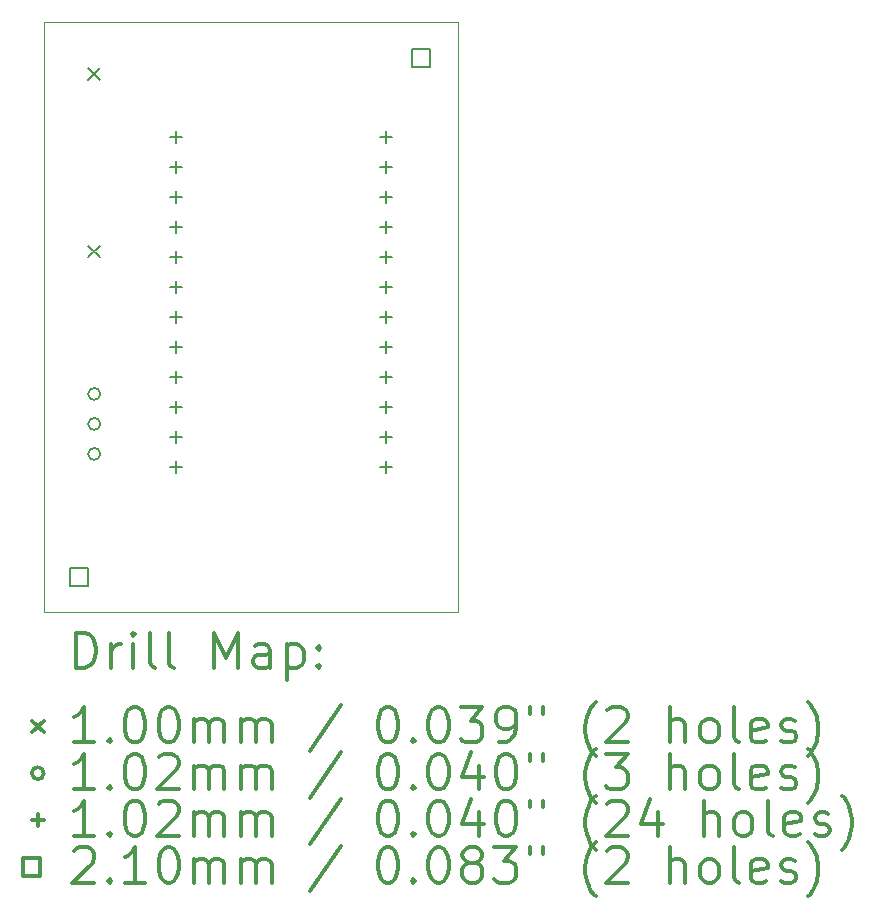
<source format=gbr>
%FSLAX45Y45*%
G04 Gerber Fmt 4.5, Leading zero omitted, Abs format (unit mm)*
G04 Created by KiCad (PCBNEW (2015-11-24 BZR 6329, Git e511afd)-product) date Die 01 Dez 2015 10:43:12 CET*
%MOMM*%
G01*
G04 APERTURE LIST*
%ADD10C,0.127000*%
%ADD11C,0.100000*%
%ADD12C,0.200000*%
%ADD13C,0.300000*%
G04 APERTURE END LIST*
D10*
D11*
X11008000Y-6909200D02*
X14508000Y-6909200D01*
X11008000Y-11909200D02*
X11008000Y-6909200D01*
X14508000Y-11909200D02*
X11008000Y-11909200D01*
X14508000Y-6909200D02*
X14508000Y-11909200D01*
D12*
X11379962Y-7302562D02*
X11480038Y-7402638D01*
X11480038Y-7302562D02*
X11379962Y-7402638D01*
X11379962Y-8802562D02*
X11480038Y-8902638D01*
X11480038Y-8802562D02*
X11379962Y-8902638D01*
X11480800Y-10058400D02*
G75*
G03X11480800Y-10058400I-50800J0D01*
G01*
X11480800Y-10312400D02*
G75*
G03X11480800Y-10312400I-50800J0D01*
G01*
X11480800Y-10566400D02*
G75*
G03X11480800Y-10566400I-50800J0D01*
G01*
X12119000Y-7834200D02*
X12119000Y-7936200D01*
X12068000Y-7885200D02*
X12170000Y-7885200D01*
X12119000Y-8088200D02*
X12119000Y-8190200D01*
X12068000Y-8139200D02*
X12170000Y-8139200D01*
X12119000Y-8342200D02*
X12119000Y-8444200D01*
X12068000Y-8393200D02*
X12170000Y-8393200D01*
X12119000Y-8596200D02*
X12119000Y-8698200D01*
X12068000Y-8647200D02*
X12170000Y-8647200D01*
X12119000Y-8850200D02*
X12119000Y-8952200D01*
X12068000Y-8901200D02*
X12170000Y-8901200D01*
X12119000Y-9104200D02*
X12119000Y-9206200D01*
X12068000Y-9155200D02*
X12170000Y-9155200D01*
X12119000Y-9358200D02*
X12119000Y-9460200D01*
X12068000Y-9409200D02*
X12170000Y-9409200D01*
X12119000Y-9612200D02*
X12119000Y-9714200D01*
X12068000Y-9663200D02*
X12170000Y-9663200D01*
X12119000Y-9866200D02*
X12119000Y-9968200D01*
X12068000Y-9917200D02*
X12170000Y-9917200D01*
X12119000Y-10120200D02*
X12119000Y-10222200D01*
X12068000Y-10171200D02*
X12170000Y-10171200D01*
X12119000Y-10374200D02*
X12119000Y-10476200D01*
X12068000Y-10425200D02*
X12170000Y-10425200D01*
X12119000Y-10628200D02*
X12119000Y-10730200D01*
X12068000Y-10679200D02*
X12170000Y-10679200D01*
X13897000Y-7834200D02*
X13897000Y-7936200D01*
X13846000Y-7885200D02*
X13948000Y-7885200D01*
X13897000Y-8088200D02*
X13897000Y-8190200D01*
X13846000Y-8139200D02*
X13948000Y-8139200D01*
X13897000Y-8342200D02*
X13897000Y-8444200D01*
X13846000Y-8393200D02*
X13948000Y-8393200D01*
X13897000Y-8596200D02*
X13897000Y-8698200D01*
X13846000Y-8647200D02*
X13948000Y-8647200D01*
X13897000Y-8850200D02*
X13897000Y-8952200D01*
X13846000Y-8901200D02*
X13948000Y-8901200D01*
X13897000Y-9104200D02*
X13897000Y-9206200D01*
X13846000Y-9155200D02*
X13948000Y-9155200D01*
X13897000Y-9358200D02*
X13897000Y-9460200D01*
X13846000Y-9409200D02*
X13948000Y-9409200D01*
X13897000Y-9612200D02*
X13897000Y-9714200D01*
X13846000Y-9663200D02*
X13948000Y-9663200D01*
X13897000Y-9866200D02*
X13897000Y-9968200D01*
X13846000Y-9917200D02*
X13948000Y-9917200D01*
X13897000Y-10120200D02*
X13897000Y-10222200D01*
X13846000Y-10171200D02*
X13948000Y-10171200D01*
X13897000Y-10374200D02*
X13897000Y-10476200D01*
X13846000Y-10425200D02*
X13948000Y-10425200D01*
X13897000Y-10628200D02*
X13897000Y-10730200D01*
X13846000Y-10679200D02*
X13948000Y-10679200D01*
X11377247Y-11682047D02*
X11377247Y-11533553D01*
X11228753Y-11533553D01*
X11228753Y-11682047D01*
X11377247Y-11682047D01*
X14272847Y-7287847D02*
X14272847Y-7139353D01*
X14124353Y-7139353D01*
X14124353Y-7287847D01*
X14272847Y-7287847D01*
D13*
X11274428Y-12379914D02*
X11274428Y-12079914D01*
X11345857Y-12079914D01*
X11388714Y-12094200D01*
X11417286Y-12122771D01*
X11431571Y-12151343D01*
X11445857Y-12208486D01*
X11445857Y-12251343D01*
X11431571Y-12308486D01*
X11417286Y-12337057D01*
X11388714Y-12365629D01*
X11345857Y-12379914D01*
X11274428Y-12379914D01*
X11574428Y-12379914D02*
X11574428Y-12179914D01*
X11574428Y-12237057D02*
X11588714Y-12208486D01*
X11603000Y-12194200D01*
X11631571Y-12179914D01*
X11660143Y-12179914D01*
X11760143Y-12379914D02*
X11760143Y-12179914D01*
X11760143Y-12079914D02*
X11745857Y-12094200D01*
X11760143Y-12108486D01*
X11774428Y-12094200D01*
X11760143Y-12079914D01*
X11760143Y-12108486D01*
X11945857Y-12379914D02*
X11917286Y-12365629D01*
X11903000Y-12337057D01*
X11903000Y-12079914D01*
X12103000Y-12379914D02*
X12074428Y-12365629D01*
X12060143Y-12337057D01*
X12060143Y-12079914D01*
X12445857Y-12379914D02*
X12445857Y-12079914D01*
X12545857Y-12294200D01*
X12645857Y-12079914D01*
X12645857Y-12379914D01*
X12917286Y-12379914D02*
X12917286Y-12222771D01*
X12903000Y-12194200D01*
X12874428Y-12179914D01*
X12817286Y-12179914D01*
X12788714Y-12194200D01*
X12917286Y-12365629D02*
X12888714Y-12379914D01*
X12817286Y-12379914D01*
X12788714Y-12365629D01*
X12774428Y-12337057D01*
X12774428Y-12308486D01*
X12788714Y-12279914D01*
X12817286Y-12265629D01*
X12888714Y-12265629D01*
X12917286Y-12251343D01*
X13060143Y-12179914D02*
X13060143Y-12479914D01*
X13060143Y-12194200D02*
X13088714Y-12179914D01*
X13145857Y-12179914D01*
X13174428Y-12194200D01*
X13188714Y-12208486D01*
X13203000Y-12237057D01*
X13203000Y-12322771D01*
X13188714Y-12351343D01*
X13174428Y-12365629D01*
X13145857Y-12379914D01*
X13088714Y-12379914D01*
X13060143Y-12365629D01*
X13331571Y-12351343D02*
X13345857Y-12365629D01*
X13331571Y-12379914D01*
X13317286Y-12365629D01*
X13331571Y-12351343D01*
X13331571Y-12379914D01*
X13331571Y-12194200D02*
X13345857Y-12208486D01*
X13331571Y-12222771D01*
X13317286Y-12208486D01*
X13331571Y-12194200D01*
X13331571Y-12222771D01*
X10902924Y-12824162D02*
X11003000Y-12924238D01*
X11003000Y-12824162D02*
X10902924Y-12924238D01*
X11431571Y-13009914D02*
X11260143Y-13009914D01*
X11345857Y-13009914D02*
X11345857Y-12709914D01*
X11317286Y-12752771D01*
X11288714Y-12781343D01*
X11260143Y-12795629D01*
X11560143Y-12981343D02*
X11574428Y-12995629D01*
X11560143Y-13009914D01*
X11545857Y-12995629D01*
X11560143Y-12981343D01*
X11560143Y-13009914D01*
X11760143Y-12709914D02*
X11788714Y-12709914D01*
X11817286Y-12724200D01*
X11831571Y-12738486D01*
X11845857Y-12767057D01*
X11860143Y-12824200D01*
X11860143Y-12895629D01*
X11845857Y-12952771D01*
X11831571Y-12981343D01*
X11817286Y-12995629D01*
X11788714Y-13009914D01*
X11760143Y-13009914D01*
X11731571Y-12995629D01*
X11717286Y-12981343D01*
X11703000Y-12952771D01*
X11688714Y-12895629D01*
X11688714Y-12824200D01*
X11703000Y-12767057D01*
X11717286Y-12738486D01*
X11731571Y-12724200D01*
X11760143Y-12709914D01*
X12045857Y-12709914D02*
X12074428Y-12709914D01*
X12103000Y-12724200D01*
X12117286Y-12738486D01*
X12131571Y-12767057D01*
X12145857Y-12824200D01*
X12145857Y-12895629D01*
X12131571Y-12952771D01*
X12117286Y-12981343D01*
X12103000Y-12995629D01*
X12074428Y-13009914D01*
X12045857Y-13009914D01*
X12017286Y-12995629D01*
X12003000Y-12981343D01*
X11988714Y-12952771D01*
X11974428Y-12895629D01*
X11974428Y-12824200D01*
X11988714Y-12767057D01*
X12003000Y-12738486D01*
X12017286Y-12724200D01*
X12045857Y-12709914D01*
X12274428Y-13009914D02*
X12274428Y-12809914D01*
X12274428Y-12838486D02*
X12288714Y-12824200D01*
X12317286Y-12809914D01*
X12360143Y-12809914D01*
X12388714Y-12824200D01*
X12403000Y-12852771D01*
X12403000Y-13009914D01*
X12403000Y-12852771D02*
X12417286Y-12824200D01*
X12445857Y-12809914D01*
X12488714Y-12809914D01*
X12517286Y-12824200D01*
X12531571Y-12852771D01*
X12531571Y-13009914D01*
X12674428Y-13009914D02*
X12674428Y-12809914D01*
X12674428Y-12838486D02*
X12688714Y-12824200D01*
X12717286Y-12809914D01*
X12760143Y-12809914D01*
X12788714Y-12824200D01*
X12803000Y-12852771D01*
X12803000Y-13009914D01*
X12803000Y-12852771D02*
X12817286Y-12824200D01*
X12845857Y-12809914D01*
X12888714Y-12809914D01*
X12917286Y-12824200D01*
X12931571Y-12852771D01*
X12931571Y-13009914D01*
X13517286Y-12695629D02*
X13260143Y-13081343D01*
X13903000Y-12709914D02*
X13931571Y-12709914D01*
X13960143Y-12724200D01*
X13974428Y-12738486D01*
X13988714Y-12767057D01*
X14003000Y-12824200D01*
X14003000Y-12895629D01*
X13988714Y-12952771D01*
X13974428Y-12981343D01*
X13960143Y-12995629D01*
X13931571Y-13009914D01*
X13903000Y-13009914D01*
X13874428Y-12995629D01*
X13860143Y-12981343D01*
X13845857Y-12952771D01*
X13831571Y-12895629D01*
X13831571Y-12824200D01*
X13845857Y-12767057D01*
X13860143Y-12738486D01*
X13874428Y-12724200D01*
X13903000Y-12709914D01*
X14131571Y-12981343D02*
X14145857Y-12995629D01*
X14131571Y-13009914D01*
X14117286Y-12995629D01*
X14131571Y-12981343D01*
X14131571Y-13009914D01*
X14331571Y-12709914D02*
X14360143Y-12709914D01*
X14388714Y-12724200D01*
X14403000Y-12738486D01*
X14417285Y-12767057D01*
X14431571Y-12824200D01*
X14431571Y-12895629D01*
X14417285Y-12952771D01*
X14403000Y-12981343D01*
X14388714Y-12995629D01*
X14360143Y-13009914D01*
X14331571Y-13009914D01*
X14303000Y-12995629D01*
X14288714Y-12981343D01*
X14274428Y-12952771D01*
X14260143Y-12895629D01*
X14260143Y-12824200D01*
X14274428Y-12767057D01*
X14288714Y-12738486D01*
X14303000Y-12724200D01*
X14331571Y-12709914D01*
X14531571Y-12709914D02*
X14717285Y-12709914D01*
X14617285Y-12824200D01*
X14660143Y-12824200D01*
X14688714Y-12838486D01*
X14703000Y-12852771D01*
X14717285Y-12881343D01*
X14717285Y-12952771D01*
X14703000Y-12981343D01*
X14688714Y-12995629D01*
X14660143Y-13009914D01*
X14574428Y-13009914D01*
X14545857Y-12995629D01*
X14531571Y-12981343D01*
X14860143Y-13009914D02*
X14917285Y-13009914D01*
X14945857Y-12995629D01*
X14960143Y-12981343D01*
X14988714Y-12938486D01*
X15003000Y-12881343D01*
X15003000Y-12767057D01*
X14988714Y-12738486D01*
X14974428Y-12724200D01*
X14945857Y-12709914D01*
X14888714Y-12709914D01*
X14860143Y-12724200D01*
X14845857Y-12738486D01*
X14831571Y-12767057D01*
X14831571Y-12838486D01*
X14845857Y-12867057D01*
X14860143Y-12881343D01*
X14888714Y-12895629D01*
X14945857Y-12895629D01*
X14974428Y-12881343D01*
X14988714Y-12867057D01*
X15003000Y-12838486D01*
X15117286Y-12709914D02*
X15117286Y-12767057D01*
X15231571Y-12709914D02*
X15231571Y-12767057D01*
X15674428Y-13124200D02*
X15660143Y-13109914D01*
X15631571Y-13067057D01*
X15617285Y-13038486D01*
X15603000Y-12995629D01*
X15588714Y-12924200D01*
X15588714Y-12867057D01*
X15603000Y-12795629D01*
X15617285Y-12752771D01*
X15631571Y-12724200D01*
X15660143Y-12681343D01*
X15674428Y-12667057D01*
X15774428Y-12738486D02*
X15788714Y-12724200D01*
X15817285Y-12709914D01*
X15888714Y-12709914D01*
X15917285Y-12724200D01*
X15931571Y-12738486D01*
X15945857Y-12767057D01*
X15945857Y-12795629D01*
X15931571Y-12838486D01*
X15760143Y-13009914D01*
X15945857Y-13009914D01*
X16303000Y-13009914D02*
X16303000Y-12709914D01*
X16431571Y-13009914D02*
X16431571Y-12852771D01*
X16417285Y-12824200D01*
X16388714Y-12809914D01*
X16345857Y-12809914D01*
X16317285Y-12824200D01*
X16303000Y-12838486D01*
X16617285Y-13009914D02*
X16588714Y-12995629D01*
X16574428Y-12981343D01*
X16560143Y-12952771D01*
X16560143Y-12867057D01*
X16574428Y-12838486D01*
X16588714Y-12824200D01*
X16617285Y-12809914D01*
X16660143Y-12809914D01*
X16688714Y-12824200D01*
X16703000Y-12838486D01*
X16717285Y-12867057D01*
X16717285Y-12952771D01*
X16703000Y-12981343D01*
X16688714Y-12995629D01*
X16660143Y-13009914D01*
X16617285Y-13009914D01*
X16888714Y-13009914D02*
X16860143Y-12995629D01*
X16845857Y-12967057D01*
X16845857Y-12709914D01*
X17117286Y-12995629D02*
X17088714Y-13009914D01*
X17031571Y-13009914D01*
X17003000Y-12995629D01*
X16988714Y-12967057D01*
X16988714Y-12852771D01*
X17003000Y-12824200D01*
X17031571Y-12809914D01*
X17088714Y-12809914D01*
X17117286Y-12824200D01*
X17131571Y-12852771D01*
X17131571Y-12881343D01*
X16988714Y-12909914D01*
X17245857Y-12995629D02*
X17274429Y-13009914D01*
X17331571Y-13009914D01*
X17360143Y-12995629D01*
X17374429Y-12967057D01*
X17374429Y-12952771D01*
X17360143Y-12924200D01*
X17331571Y-12909914D01*
X17288714Y-12909914D01*
X17260143Y-12895629D01*
X17245857Y-12867057D01*
X17245857Y-12852771D01*
X17260143Y-12824200D01*
X17288714Y-12809914D01*
X17331571Y-12809914D01*
X17360143Y-12824200D01*
X17474428Y-13124200D02*
X17488714Y-13109914D01*
X17517286Y-13067057D01*
X17531571Y-13038486D01*
X17545857Y-12995629D01*
X17560143Y-12924200D01*
X17560143Y-12867057D01*
X17545857Y-12795629D01*
X17531571Y-12752771D01*
X17517286Y-12724200D01*
X17488714Y-12681343D01*
X17474428Y-12667057D01*
X11003000Y-13270200D02*
G75*
G03X11003000Y-13270200I-50800J0D01*
G01*
X11431571Y-13405914D02*
X11260143Y-13405914D01*
X11345857Y-13405914D02*
X11345857Y-13105914D01*
X11317286Y-13148771D01*
X11288714Y-13177343D01*
X11260143Y-13191629D01*
X11560143Y-13377343D02*
X11574428Y-13391629D01*
X11560143Y-13405914D01*
X11545857Y-13391629D01*
X11560143Y-13377343D01*
X11560143Y-13405914D01*
X11760143Y-13105914D02*
X11788714Y-13105914D01*
X11817286Y-13120200D01*
X11831571Y-13134486D01*
X11845857Y-13163057D01*
X11860143Y-13220200D01*
X11860143Y-13291629D01*
X11845857Y-13348771D01*
X11831571Y-13377343D01*
X11817286Y-13391629D01*
X11788714Y-13405914D01*
X11760143Y-13405914D01*
X11731571Y-13391629D01*
X11717286Y-13377343D01*
X11703000Y-13348771D01*
X11688714Y-13291629D01*
X11688714Y-13220200D01*
X11703000Y-13163057D01*
X11717286Y-13134486D01*
X11731571Y-13120200D01*
X11760143Y-13105914D01*
X11974428Y-13134486D02*
X11988714Y-13120200D01*
X12017286Y-13105914D01*
X12088714Y-13105914D01*
X12117286Y-13120200D01*
X12131571Y-13134486D01*
X12145857Y-13163057D01*
X12145857Y-13191629D01*
X12131571Y-13234486D01*
X11960143Y-13405914D01*
X12145857Y-13405914D01*
X12274428Y-13405914D02*
X12274428Y-13205914D01*
X12274428Y-13234486D02*
X12288714Y-13220200D01*
X12317286Y-13205914D01*
X12360143Y-13205914D01*
X12388714Y-13220200D01*
X12403000Y-13248771D01*
X12403000Y-13405914D01*
X12403000Y-13248771D02*
X12417286Y-13220200D01*
X12445857Y-13205914D01*
X12488714Y-13205914D01*
X12517286Y-13220200D01*
X12531571Y-13248771D01*
X12531571Y-13405914D01*
X12674428Y-13405914D02*
X12674428Y-13205914D01*
X12674428Y-13234486D02*
X12688714Y-13220200D01*
X12717286Y-13205914D01*
X12760143Y-13205914D01*
X12788714Y-13220200D01*
X12803000Y-13248771D01*
X12803000Y-13405914D01*
X12803000Y-13248771D02*
X12817286Y-13220200D01*
X12845857Y-13205914D01*
X12888714Y-13205914D01*
X12917286Y-13220200D01*
X12931571Y-13248771D01*
X12931571Y-13405914D01*
X13517286Y-13091629D02*
X13260143Y-13477343D01*
X13903000Y-13105914D02*
X13931571Y-13105914D01*
X13960143Y-13120200D01*
X13974428Y-13134486D01*
X13988714Y-13163057D01*
X14003000Y-13220200D01*
X14003000Y-13291629D01*
X13988714Y-13348771D01*
X13974428Y-13377343D01*
X13960143Y-13391629D01*
X13931571Y-13405914D01*
X13903000Y-13405914D01*
X13874428Y-13391629D01*
X13860143Y-13377343D01*
X13845857Y-13348771D01*
X13831571Y-13291629D01*
X13831571Y-13220200D01*
X13845857Y-13163057D01*
X13860143Y-13134486D01*
X13874428Y-13120200D01*
X13903000Y-13105914D01*
X14131571Y-13377343D02*
X14145857Y-13391629D01*
X14131571Y-13405914D01*
X14117286Y-13391629D01*
X14131571Y-13377343D01*
X14131571Y-13405914D01*
X14331571Y-13105914D02*
X14360143Y-13105914D01*
X14388714Y-13120200D01*
X14403000Y-13134486D01*
X14417285Y-13163057D01*
X14431571Y-13220200D01*
X14431571Y-13291629D01*
X14417285Y-13348771D01*
X14403000Y-13377343D01*
X14388714Y-13391629D01*
X14360143Y-13405914D01*
X14331571Y-13405914D01*
X14303000Y-13391629D01*
X14288714Y-13377343D01*
X14274428Y-13348771D01*
X14260143Y-13291629D01*
X14260143Y-13220200D01*
X14274428Y-13163057D01*
X14288714Y-13134486D01*
X14303000Y-13120200D01*
X14331571Y-13105914D01*
X14688714Y-13205914D02*
X14688714Y-13405914D01*
X14617285Y-13091629D02*
X14545857Y-13305914D01*
X14731571Y-13305914D01*
X14903000Y-13105914D02*
X14931571Y-13105914D01*
X14960143Y-13120200D01*
X14974428Y-13134486D01*
X14988714Y-13163057D01*
X15003000Y-13220200D01*
X15003000Y-13291629D01*
X14988714Y-13348771D01*
X14974428Y-13377343D01*
X14960143Y-13391629D01*
X14931571Y-13405914D01*
X14903000Y-13405914D01*
X14874428Y-13391629D01*
X14860143Y-13377343D01*
X14845857Y-13348771D01*
X14831571Y-13291629D01*
X14831571Y-13220200D01*
X14845857Y-13163057D01*
X14860143Y-13134486D01*
X14874428Y-13120200D01*
X14903000Y-13105914D01*
X15117286Y-13105914D02*
X15117286Y-13163057D01*
X15231571Y-13105914D02*
X15231571Y-13163057D01*
X15674428Y-13520200D02*
X15660143Y-13505914D01*
X15631571Y-13463057D01*
X15617285Y-13434486D01*
X15603000Y-13391629D01*
X15588714Y-13320200D01*
X15588714Y-13263057D01*
X15603000Y-13191629D01*
X15617285Y-13148771D01*
X15631571Y-13120200D01*
X15660143Y-13077343D01*
X15674428Y-13063057D01*
X15760143Y-13105914D02*
X15945857Y-13105914D01*
X15845857Y-13220200D01*
X15888714Y-13220200D01*
X15917285Y-13234486D01*
X15931571Y-13248771D01*
X15945857Y-13277343D01*
X15945857Y-13348771D01*
X15931571Y-13377343D01*
X15917285Y-13391629D01*
X15888714Y-13405914D01*
X15803000Y-13405914D01*
X15774428Y-13391629D01*
X15760143Y-13377343D01*
X16303000Y-13405914D02*
X16303000Y-13105914D01*
X16431571Y-13405914D02*
X16431571Y-13248771D01*
X16417285Y-13220200D01*
X16388714Y-13205914D01*
X16345857Y-13205914D01*
X16317285Y-13220200D01*
X16303000Y-13234486D01*
X16617285Y-13405914D02*
X16588714Y-13391629D01*
X16574428Y-13377343D01*
X16560143Y-13348771D01*
X16560143Y-13263057D01*
X16574428Y-13234486D01*
X16588714Y-13220200D01*
X16617285Y-13205914D01*
X16660143Y-13205914D01*
X16688714Y-13220200D01*
X16703000Y-13234486D01*
X16717285Y-13263057D01*
X16717285Y-13348771D01*
X16703000Y-13377343D01*
X16688714Y-13391629D01*
X16660143Y-13405914D01*
X16617285Y-13405914D01*
X16888714Y-13405914D02*
X16860143Y-13391629D01*
X16845857Y-13363057D01*
X16845857Y-13105914D01*
X17117286Y-13391629D02*
X17088714Y-13405914D01*
X17031571Y-13405914D01*
X17003000Y-13391629D01*
X16988714Y-13363057D01*
X16988714Y-13248771D01*
X17003000Y-13220200D01*
X17031571Y-13205914D01*
X17088714Y-13205914D01*
X17117286Y-13220200D01*
X17131571Y-13248771D01*
X17131571Y-13277343D01*
X16988714Y-13305914D01*
X17245857Y-13391629D02*
X17274429Y-13405914D01*
X17331571Y-13405914D01*
X17360143Y-13391629D01*
X17374429Y-13363057D01*
X17374429Y-13348771D01*
X17360143Y-13320200D01*
X17331571Y-13305914D01*
X17288714Y-13305914D01*
X17260143Y-13291629D01*
X17245857Y-13263057D01*
X17245857Y-13248771D01*
X17260143Y-13220200D01*
X17288714Y-13205914D01*
X17331571Y-13205914D01*
X17360143Y-13220200D01*
X17474428Y-13520200D02*
X17488714Y-13505914D01*
X17517286Y-13463057D01*
X17531571Y-13434486D01*
X17545857Y-13391629D01*
X17560143Y-13320200D01*
X17560143Y-13263057D01*
X17545857Y-13191629D01*
X17531571Y-13148771D01*
X17517286Y-13120200D01*
X17488714Y-13077343D01*
X17474428Y-13063057D01*
X10952000Y-13615200D02*
X10952000Y-13717200D01*
X10901000Y-13666200D02*
X11003000Y-13666200D01*
X11431571Y-13801914D02*
X11260143Y-13801914D01*
X11345857Y-13801914D02*
X11345857Y-13501914D01*
X11317286Y-13544771D01*
X11288714Y-13573343D01*
X11260143Y-13587629D01*
X11560143Y-13773343D02*
X11574428Y-13787629D01*
X11560143Y-13801914D01*
X11545857Y-13787629D01*
X11560143Y-13773343D01*
X11560143Y-13801914D01*
X11760143Y-13501914D02*
X11788714Y-13501914D01*
X11817286Y-13516200D01*
X11831571Y-13530486D01*
X11845857Y-13559057D01*
X11860143Y-13616200D01*
X11860143Y-13687629D01*
X11845857Y-13744771D01*
X11831571Y-13773343D01*
X11817286Y-13787629D01*
X11788714Y-13801914D01*
X11760143Y-13801914D01*
X11731571Y-13787629D01*
X11717286Y-13773343D01*
X11703000Y-13744771D01*
X11688714Y-13687629D01*
X11688714Y-13616200D01*
X11703000Y-13559057D01*
X11717286Y-13530486D01*
X11731571Y-13516200D01*
X11760143Y-13501914D01*
X11974428Y-13530486D02*
X11988714Y-13516200D01*
X12017286Y-13501914D01*
X12088714Y-13501914D01*
X12117286Y-13516200D01*
X12131571Y-13530486D01*
X12145857Y-13559057D01*
X12145857Y-13587629D01*
X12131571Y-13630486D01*
X11960143Y-13801914D01*
X12145857Y-13801914D01*
X12274428Y-13801914D02*
X12274428Y-13601914D01*
X12274428Y-13630486D02*
X12288714Y-13616200D01*
X12317286Y-13601914D01*
X12360143Y-13601914D01*
X12388714Y-13616200D01*
X12403000Y-13644771D01*
X12403000Y-13801914D01*
X12403000Y-13644771D02*
X12417286Y-13616200D01*
X12445857Y-13601914D01*
X12488714Y-13601914D01*
X12517286Y-13616200D01*
X12531571Y-13644771D01*
X12531571Y-13801914D01*
X12674428Y-13801914D02*
X12674428Y-13601914D01*
X12674428Y-13630486D02*
X12688714Y-13616200D01*
X12717286Y-13601914D01*
X12760143Y-13601914D01*
X12788714Y-13616200D01*
X12803000Y-13644771D01*
X12803000Y-13801914D01*
X12803000Y-13644771D02*
X12817286Y-13616200D01*
X12845857Y-13601914D01*
X12888714Y-13601914D01*
X12917286Y-13616200D01*
X12931571Y-13644771D01*
X12931571Y-13801914D01*
X13517286Y-13487629D02*
X13260143Y-13873343D01*
X13903000Y-13501914D02*
X13931571Y-13501914D01*
X13960143Y-13516200D01*
X13974428Y-13530486D01*
X13988714Y-13559057D01*
X14003000Y-13616200D01*
X14003000Y-13687629D01*
X13988714Y-13744771D01*
X13974428Y-13773343D01*
X13960143Y-13787629D01*
X13931571Y-13801914D01*
X13903000Y-13801914D01*
X13874428Y-13787629D01*
X13860143Y-13773343D01*
X13845857Y-13744771D01*
X13831571Y-13687629D01*
X13831571Y-13616200D01*
X13845857Y-13559057D01*
X13860143Y-13530486D01*
X13874428Y-13516200D01*
X13903000Y-13501914D01*
X14131571Y-13773343D02*
X14145857Y-13787629D01*
X14131571Y-13801914D01*
X14117286Y-13787629D01*
X14131571Y-13773343D01*
X14131571Y-13801914D01*
X14331571Y-13501914D02*
X14360143Y-13501914D01*
X14388714Y-13516200D01*
X14403000Y-13530486D01*
X14417285Y-13559057D01*
X14431571Y-13616200D01*
X14431571Y-13687629D01*
X14417285Y-13744771D01*
X14403000Y-13773343D01*
X14388714Y-13787629D01*
X14360143Y-13801914D01*
X14331571Y-13801914D01*
X14303000Y-13787629D01*
X14288714Y-13773343D01*
X14274428Y-13744771D01*
X14260143Y-13687629D01*
X14260143Y-13616200D01*
X14274428Y-13559057D01*
X14288714Y-13530486D01*
X14303000Y-13516200D01*
X14331571Y-13501914D01*
X14688714Y-13601914D02*
X14688714Y-13801914D01*
X14617285Y-13487629D02*
X14545857Y-13701914D01*
X14731571Y-13701914D01*
X14903000Y-13501914D02*
X14931571Y-13501914D01*
X14960143Y-13516200D01*
X14974428Y-13530486D01*
X14988714Y-13559057D01*
X15003000Y-13616200D01*
X15003000Y-13687629D01*
X14988714Y-13744771D01*
X14974428Y-13773343D01*
X14960143Y-13787629D01*
X14931571Y-13801914D01*
X14903000Y-13801914D01*
X14874428Y-13787629D01*
X14860143Y-13773343D01*
X14845857Y-13744771D01*
X14831571Y-13687629D01*
X14831571Y-13616200D01*
X14845857Y-13559057D01*
X14860143Y-13530486D01*
X14874428Y-13516200D01*
X14903000Y-13501914D01*
X15117286Y-13501914D02*
X15117286Y-13559057D01*
X15231571Y-13501914D02*
X15231571Y-13559057D01*
X15674428Y-13916200D02*
X15660143Y-13901914D01*
X15631571Y-13859057D01*
X15617285Y-13830486D01*
X15603000Y-13787629D01*
X15588714Y-13716200D01*
X15588714Y-13659057D01*
X15603000Y-13587629D01*
X15617285Y-13544771D01*
X15631571Y-13516200D01*
X15660143Y-13473343D01*
X15674428Y-13459057D01*
X15774428Y-13530486D02*
X15788714Y-13516200D01*
X15817285Y-13501914D01*
X15888714Y-13501914D01*
X15917285Y-13516200D01*
X15931571Y-13530486D01*
X15945857Y-13559057D01*
X15945857Y-13587629D01*
X15931571Y-13630486D01*
X15760143Y-13801914D01*
X15945857Y-13801914D01*
X16203000Y-13601914D02*
X16203000Y-13801914D01*
X16131571Y-13487629D02*
X16060143Y-13701914D01*
X16245857Y-13701914D01*
X16588714Y-13801914D02*
X16588714Y-13501914D01*
X16717285Y-13801914D02*
X16717285Y-13644771D01*
X16703000Y-13616200D01*
X16674428Y-13601914D01*
X16631571Y-13601914D01*
X16603000Y-13616200D01*
X16588714Y-13630486D01*
X16903000Y-13801914D02*
X16874428Y-13787629D01*
X16860143Y-13773343D01*
X16845857Y-13744771D01*
X16845857Y-13659057D01*
X16860143Y-13630486D01*
X16874428Y-13616200D01*
X16903000Y-13601914D01*
X16945857Y-13601914D01*
X16974428Y-13616200D01*
X16988714Y-13630486D01*
X17003000Y-13659057D01*
X17003000Y-13744771D01*
X16988714Y-13773343D01*
X16974428Y-13787629D01*
X16945857Y-13801914D01*
X16903000Y-13801914D01*
X17174428Y-13801914D02*
X17145857Y-13787629D01*
X17131571Y-13759057D01*
X17131571Y-13501914D01*
X17403000Y-13787629D02*
X17374429Y-13801914D01*
X17317286Y-13801914D01*
X17288714Y-13787629D01*
X17274429Y-13759057D01*
X17274429Y-13644771D01*
X17288714Y-13616200D01*
X17317286Y-13601914D01*
X17374429Y-13601914D01*
X17403000Y-13616200D01*
X17417286Y-13644771D01*
X17417286Y-13673343D01*
X17274429Y-13701914D01*
X17531571Y-13787629D02*
X17560143Y-13801914D01*
X17617286Y-13801914D01*
X17645857Y-13787629D01*
X17660143Y-13759057D01*
X17660143Y-13744771D01*
X17645857Y-13716200D01*
X17617286Y-13701914D01*
X17574429Y-13701914D01*
X17545857Y-13687629D01*
X17531571Y-13659057D01*
X17531571Y-13644771D01*
X17545857Y-13616200D01*
X17574429Y-13601914D01*
X17617286Y-13601914D01*
X17645857Y-13616200D01*
X17760143Y-13916200D02*
X17774429Y-13901914D01*
X17803000Y-13859057D01*
X17817286Y-13830486D01*
X17831571Y-13787629D01*
X17845857Y-13716200D01*
X17845857Y-13659057D01*
X17831571Y-13587629D01*
X17817286Y-13544771D01*
X17803000Y-13516200D01*
X17774429Y-13473343D01*
X17760143Y-13459057D01*
X10972247Y-14136447D02*
X10972247Y-13987953D01*
X10823753Y-13987953D01*
X10823753Y-14136447D01*
X10972247Y-14136447D01*
X11260143Y-13926486D02*
X11274428Y-13912200D01*
X11303000Y-13897914D01*
X11374428Y-13897914D01*
X11403000Y-13912200D01*
X11417286Y-13926486D01*
X11431571Y-13955057D01*
X11431571Y-13983629D01*
X11417286Y-14026486D01*
X11245857Y-14197914D01*
X11431571Y-14197914D01*
X11560143Y-14169343D02*
X11574428Y-14183629D01*
X11560143Y-14197914D01*
X11545857Y-14183629D01*
X11560143Y-14169343D01*
X11560143Y-14197914D01*
X11860143Y-14197914D02*
X11688714Y-14197914D01*
X11774428Y-14197914D02*
X11774428Y-13897914D01*
X11745857Y-13940771D01*
X11717286Y-13969343D01*
X11688714Y-13983629D01*
X12045857Y-13897914D02*
X12074428Y-13897914D01*
X12103000Y-13912200D01*
X12117286Y-13926486D01*
X12131571Y-13955057D01*
X12145857Y-14012200D01*
X12145857Y-14083629D01*
X12131571Y-14140771D01*
X12117286Y-14169343D01*
X12103000Y-14183629D01*
X12074428Y-14197914D01*
X12045857Y-14197914D01*
X12017286Y-14183629D01*
X12003000Y-14169343D01*
X11988714Y-14140771D01*
X11974428Y-14083629D01*
X11974428Y-14012200D01*
X11988714Y-13955057D01*
X12003000Y-13926486D01*
X12017286Y-13912200D01*
X12045857Y-13897914D01*
X12274428Y-14197914D02*
X12274428Y-13997914D01*
X12274428Y-14026486D02*
X12288714Y-14012200D01*
X12317286Y-13997914D01*
X12360143Y-13997914D01*
X12388714Y-14012200D01*
X12403000Y-14040771D01*
X12403000Y-14197914D01*
X12403000Y-14040771D02*
X12417286Y-14012200D01*
X12445857Y-13997914D01*
X12488714Y-13997914D01*
X12517286Y-14012200D01*
X12531571Y-14040771D01*
X12531571Y-14197914D01*
X12674428Y-14197914D02*
X12674428Y-13997914D01*
X12674428Y-14026486D02*
X12688714Y-14012200D01*
X12717286Y-13997914D01*
X12760143Y-13997914D01*
X12788714Y-14012200D01*
X12803000Y-14040771D01*
X12803000Y-14197914D01*
X12803000Y-14040771D02*
X12817286Y-14012200D01*
X12845857Y-13997914D01*
X12888714Y-13997914D01*
X12917286Y-14012200D01*
X12931571Y-14040771D01*
X12931571Y-14197914D01*
X13517286Y-13883629D02*
X13260143Y-14269343D01*
X13903000Y-13897914D02*
X13931571Y-13897914D01*
X13960143Y-13912200D01*
X13974428Y-13926486D01*
X13988714Y-13955057D01*
X14003000Y-14012200D01*
X14003000Y-14083629D01*
X13988714Y-14140771D01*
X13974428Y-14169343D01*
X13960143Y-14183629D01*
X13931571Y-14197914D01*
X13903000Y-14197914D01*
X13874428Y-14183629D01*
X13860143Y-14169343D01*
X13845857Y-14140771D01*
X13831571Y-14083629D01*
X13831571Y-14012200D01*
X13845857Y-13955057D01*
X13860143Y-13926486D01*
X13874428Y-13912200D01*
X13903000Y-13897914D01*
X14131571Y-14169343D02*
X14145857Y-14183629D01*
X14131571Y-14197914D01*
X14117286Y-14183629D01*
X14131571Y-14169343D01*
X14131571Y-14197914D01*
X14331571Y-13897914D02*
X14360143Y-13897914D01*
X14388714Y-13912200D01*
X14403000Y-13926486D01*
X14417285Y-13955057D01*
X14431571Y-14012200D01*
X14431571Y-14083629D01*
X14417285Y-14140771D01*
X14403000Y-14169343D01*
X14388714Y-14183629D01*
X14360143Y-14197914D01*
X14331571Y-14197914D01*
X14303000Y-14183629D01*
X14288714Y-14169343D01*
X14274428Y-14140771D01*
X14260143Y-14083629D01*
X14260143Y-14012200D01*
X14274428Y-13955057D01*
X14288714Y-13926486D01*
X14303000Y-13912200D01*
X14331571Y-13897914D01*
X14603000Y-14026486D02*
X14574428Y-14012200D01*
X14560143Y-13997914D01*
X14545857Y-13969343D01*
X14545857Y-13955057D01*
X14560143Y-13926486D01*
X14574428Y-13912200D01*
X14603000Y-13897914D01*
X14660143Y-13897914D01*
X14688714Y-13912200D01*
X14703000Y-13926486D01*
X14717285Y-13955057D01*
X14717285Y-13969343D01*
X14703000Y-13997914D01*
X14688714Y-14012200D01*
X14660143Y-14026486D01*
X14603000Y-14026486D01*
X14574428Y-14040771D01*
X14560143Y-14055057D01*
X14545857Y-14083629D01*
X14545857Y-14140771D01*
X14560143Y-14169343D01*
X14574428Y-14183629D01*
X14603000Y-14197914D01*
X14660143Y-14197914D01*
X14688714Y-14183629D01*
X14703000Y-14169343D01*
X14717285Y-14140771D01*
X14717285Y-14083629D01*
X14703000Y-14055057D01*
X14688714Y-14040771D01*
X14660143Y-14026486D01*
X14817285Y-13897914D02*
X15003000Y-13897914D01*
X14903000Y-14012200D01*
X14945857Y-14012200D01*
X14974428Y-14026486D01*
X14988714Y-14040771D01*
X15003000Y-14069343D01*
X15003000Y-14140771D01*
X14988714Y-14169343D01*
X14974428Y-14183629D01*
X14945857Y-14197914D01*
X14860143Y-14197914D01*
X14831571Y-14183629D01*
X14817285Y-14169343D01*
X15117286Y-13897914D02*
X15117286Y-13955057D01*
X15231571Y-13897914D02*
X15231571Y-13955057D01*
X15674428Y-14312200D02*
X15660143Y-14297914D01*
X15631571Y-14255057D01*
X15617285Y-14226486D01*
X15603000Y-14183629D01*
X15588714Y-14112200D01*
X15588714Y-14055057D01*
X15603000Y-13983629D01*
X15617285Y-13940771D01*
X15631571Y-13912200D01*
X15660143Y-13869343D01*
X15674428Y-13855057D01*
X15774428Y-13926486D02*
X15788714Y-13912200D01*
X15817285Y-13897914D01*
X15888714Y-13897914D01*
X15917285Y-13912200D01*
X15931571Y-13926486D01*
X15945857Y-13955057D01*
X15945857Y-13983629D01*
X15931571Y-14026486D01*
X15760143Y-14197914D01*
X15945857Y-14197914D01*
X16303000Y-14197914D02*
X16303000Y-13897914D01*
X16431571Y-14197914D02*
X16431571Y-14040771D01*
X16417285Y-14012200D01*
X16388714Y-13997914D01*
X16345857Y-13997914D01*
X16317285Y-14012200D01*
X16303000Y-14026486D01*
X16617285Y-14197914D02*
X16588714Y-14183629D01*
X16574428Y-14169343D01*
X16560143Y-14140771D01*
X16560143Y-14055057D01*
X16574428Y-14026486D01*
X16588714Y-14012200D01*
X16617285Y-13997914D01*
X16660143Y-13997914D01*
X16688714Y-14012200D01*
X16703000Y-14026486D01*
X16717285Y-14055057D01*
X16717285Y-14140771D01*
X16703000Y-14169343D01*
X16688714Y-14183629D01*
X16660143Y-14197914D01*
X16617285Y-14197914D01*
X16888714Y-14197914D02*
X16860143Y-14183629D01*
X16845857Y-14155057D01*
X16845857Y-13897914D01*
X17117286Y-14183629D02*
X17088714Y-14197914D01*
X17031571Y-14197914D01*
X17003000Y-14183629D01*
X16988714Y-14155057D01*
X16988714Y-14040771D01*
X17003000Y-14012200D01*
X17031571Y-13997914D01*
X17088714Y-13997914D01*
X17117286Y-14012200D01*
X17131571Y-14040771D01*
X17131571Y-14069343D01*
X16988714Y-14097914D01*
X17245857Y-14183629D02*
X17274429Y-14197914D01*
X17331571Y-14197914D01*
X17360143Y-14183629D01*
X17374429Y-14155057D01*
X17374429Y-14140771D01*
X17360143Y-14112200D01*
X17331571Y-14097914D01*
X17288714Y-14097914D01*
X17260143Y-14083629D01*
X17245857Y-14055057D01*
X17245857Y-14040771D01*
X17260143Y-14012200D01*
X17288714Y-13997914D01*
X17331571Y-13997914D01*
X17360143Y-14012200D01*
X17474428Y-14312200D02*
X17488714Y-14297914D01*
X17517286Y-14255057D01*
X17531571Y-14226486D01*
X17545857Y-14183629D01*
X17560143Y-14112200D01*
X17560143Y-14055057D01*
X17545857Y-13983629D01*
X17531571Y-13940771D01*
X17517286Y-13912200D01*
X17488714Y-13869343D01*
X17474428Y-13855057D01*
M02*

</source>
